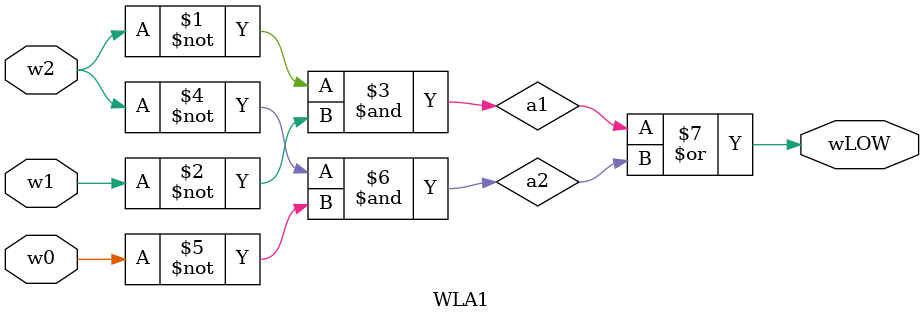
<source format=sv>
`timescale 1ns / 1ps


module WLA1(
    input w2,
    input w1,
    input w0,
    output wLOW
    );
    
    // define logic for low water module level 
    // assign wLOW = (~w1 & ~w2) | (~w0 & ~w2);
    
    logic a1, a2;
 
    // purely structural approach
    and #0 (a1, ~w2, ~w1);
    and #0 (a2, ~w2, ~w0);
    or  #0 (wLOW, a1, a2);
    
endmodule

</source>
